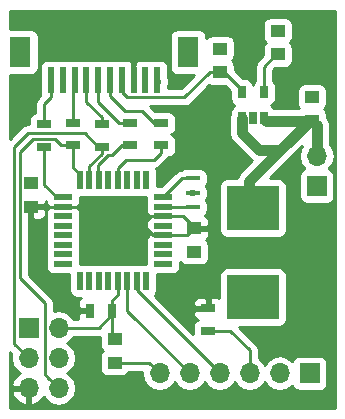
<source format=gbr>
G04 #@! TF.FileFunction,Copper,L1,Top,Signal*
%FSLAX46Y46*%
G04 Gerber Fmt 4.6, Leading zero omitted, Abs format (unit mm)*
G04 Created by KiCad (PCBNEW 4.0.6) date 12/07/17 13:55:46*
%MOMM*%
%LPD*%
G01*
G04 APERTURE LIST*
%ADD10C,0.100000*%
%ADD11R,1.250000X1.000000*%
%ADD12R,1.700000X1.700000*%
%ADD13O,1.700000X1.700000*%
%ADD14R,1.300000X0.700000*%
%ADD15R,0.700000X1.300000*%
%ADD16R,0.650000X1.060000*%
%ADD17R,1.600000X0.550000*%
%ADD18R,0.550000X1.600000*%
%ADD19R,1.300000X0.400000*%
%ADD20R,0.600000X2.200000*%
%ADD21R,1.800000X2.600000*%
%ADD22R,4.400000X3.750000*%
%ADD23C,0.600000*%
%ADD24C,0.250000*%
%ADD25C,0.900000*%
%ADD26C,0.254000*%
G04 APERTURE END LIST*
D10*
D11*
X135500000Y-88300000D03*
X135500000Y-86300000D03*
X159300000Y-81000000D03*
X159300000Y-79000000D03*
X149300000Y-90100000D03*
X149300000Y-92100000D03*
X142600000Y-101500000D03*
X142600000Y-99500000D03*
X156400000Y-75400000D03*
X156400000Y-73400000D03*
X151500000Y-76900000D03*
X151500000Y-74900000D03*
D12*
X159100000Y-102400000D03*
D13*
X156560000Y-102400000D03*
X154020000Y-102400000D03*
X151480000Y-102400000D03*
X148940000Y-102400000D03*
X146400000Y-102400000D03*
D12*
X135300000Y-98560000D03*
D13*
X137840000Y-98560000D03*
X135300000Y-101100000D03*
X137840000Y-101100000D03*
X135300000Y-103640000D03*
X137840000Y-103640000D03*
D14*
X150500000Y-98800000D03*
X150500000Y-96900000D03*
X141500000Y-81300000D03*
X141500000Y-83200000D03*
X136600000Y-83200000D03*
X136600000Y-81300000D03*
D15*
X142400000Y-97100000D03*
X140500000Y-97100000D03*
D14*
X146500000Y-81200000D03*
X146500000Y-83100000D03*
X143900000Y-83100000D03*
X143900000Y-81200000D03*
X139100000Y-83100000D03*
X139100000Y-81200000D03*
D16*
X153350000Y-80800000D03*
X154300000Y-80800000D03*
X155250000Y-80800000D03*
X155250000Y-78600000D03*
X153350000Y-78600000D03*
D17*
X146700000Y-93100000D03*
X146700000Y-92300000D03*
X146700000Y-91500000D03*
X146700000Y-90700000D03*
X146700000Y-89900000D03*
X146700000Y-89100000D03*
X146700000Y-88300000D03*
X146700000Y-87500000D03*
D18*
X145250000Y-86050000D03*
X144450000Y-86050000D03*
X143650000Y-86050000D03*
X142850000Y-86050000D03*
X142050000Y-86050000D03*
X141250000Y-86050000D03*
X140450000Y-86050000D03*
X139650000Y-86050000D03*
D17*
X138200000Y-87500000D03*
X138200000Y-88300000D03*
X138200000Y-89100000D03*
X138200000Y-89900000D03*
X138200000Y-90700000D03*
X138200000Y-91500000D03*
X138200000Y-92300000D03*
X138200000Y-93100000D03*
D18*
X139650000Y-94550000D03*
X140450000Y-94550000D03*
X141250000Y-94550000D03*
X142050000Y-94550000D03*
X142850000Y-94550000D03*
X143650000Y-94550000D03*
X144450000Y-94550000D03*
X145250000Y-94550000D03*
D19*
X149200000Y-88300000D03*
X149200000Y-85900000D03*
X149200000Y-87100000D03*
D20*
X137200000Y-77600000D03*
X138200000Y-77600000D03*
X139200000Y-77600000D03*
X140200000Y-77600000D03*
X141200000Y-77600000D03*
X142200000Y-77600000D03*
X143200000Y-77600000D03*
X144200000Y-77600000D03*
X145200000Y-77600000D03*
X146200000Y-77600000D03*
D21*
X148800000Y-75200000D03*
X134600000Y-75200000D03*
D22*
X154300000Y-88400000D03*
X154300000Y-95950000D03*
D12*
X159700000Y-86540000D03*
D13*
X159700000Y-84000000D03*
D23*
X154300000Y-80800000D03*
X159300000Y-79000000D03*
X146300000Y-77700000D03*
X149200000Y-87100000D03*
X138200000Y-90700000D03*
X135500000Y-86300000D03*
X146700000Y-89900000D03*
X146700000Y-91500000D03*
X149300000Y-92100000D03*
X154300000Y-95950000D03*
X151500000Y-74900000D03*
X156400000Y-73400000D03*
X138200000Y-87500000D03*
X138200000Y-92300000D03*
X145200000Y-77600000D03*
D24*
X146700000Y-89100000D02*
X148400000Y-89100000D01*
X148400000Y-89100000D02*
X149300000Y-90000000D01*
X149300000Y-90000000D02*
X149300000Y-90100000D01*
X143439998Y-88300000D02*
X144900000Y-89760002D01*
X144900000Y-89760002D02*
X145839998Y-90700000D01*
X146700000Y-89100000D02*
X145650000Y-89100000D01*
X145650000Y-89100000D02*
X144989998Y-89760002D01*
X144989998Y-89760002D02*
X144900000Y-89760002D01*
X138200000Y-88300000D02*
X143439998Y-88300000D01*
X145839998Y-90700000D02*
X146700000Y-90700000D01*
X144200000Y-77600000D02*
X144200000Y-76250000D01*
X149300000Y-90100000D02*
X149175000Y-90100000D01*
X146700000Y-90700000D02*
X148700000Y-90700000D01*
X148700000Y-90700000D02*
X149300000Y-90100000D01*
X138200000Y-88300000D02*
X137150000Y-88300000D01*
X137150000Y-88300000D02*
X135500000Y-88300000D01*
D25*
X156600000Y-83500000D02*
X154800000Y-83500000D01*
X154800000Y-83500000D02*
X153350000Y-82050000D01*
X153350000Y-82050000D02*
X153350000Y-80800000D01*
X156600000Y-83500000D02*
X154000000Y-86100000D01*
X159100000Y-81000000D02*
X156600000Y-83500000D01*
X159300000Y-81000000D02*
X155450000Y-81000000D01*
D24*
X155450000Y-81000000D02*
X155250000Y-80800000D01*
D25*
X159175000Y-81000000D02*
X159100000Y-81000000D01*
X154000000Y-86100000D02*
X154000000Y-87200000D01*
D24*
X159300000Y-81000000D02*
X159175000Y-81000000D01*
D25*
X159700000Y-84000000D02*
X159700000Y-81400000D01*
D24*
X159700000Y-81400000D02*
X159300000Y-81000000D01*
X154600000Y-89400000D02*
X153600000Y-88400000D01*
X142600000Y-101500000D02*
X145500000Y-101500000D01*
X145500000Y-101500000D02*
X146400000Y-102400000D01*
X146300000Y-102300000D02*
X146400000Y-102400000D01*
X142400000Y-97100000D02*
X142400000Y-99300000D01*
X142400000Y-99300000D02*
X142600000Y-99500000D01*
X142400000Y-97100000D02*
X142400000Y-96200000D01*
X142400000Y-96200000D02*
X142850000Y-95750000D01*
X142850000Y-95750000D02*
X142850000Y-95600000D01*
X142850000Y-95600000D02*
X142850000Y-94550000D01*
X137840000Y-98560000D02*
X141240000Y-98560000D01*
X141240000Y-98560000D02*
X142400000Y-97400000D01*
X142400000Y-97400000D02*
X142400000Y-97100000D01*
X155250000Y-78600000D02*
X155250000Y-76425000D01*
X155250000Y-76425000D02*
X156275000Y-75400000D01*
X156275000Y-75400000D02*
X156400000Y-75400000D01*
X151500000Y-76900000D02*
X151855000Y-76900000D01*
X151855000Y-76900000D02*
X153350000Y-78395000D01*
X153350000Y-78395000D02*
X153350000Y-78600000D01*
X143200000Y-77600000D02*
X143200000Y-78585002D01*
X143200000Y-78585002D02*
X143639999Y-79025001D01*
X143639999Y-79025001D02*
X148499999Y-79025001D01*
X148499999Y-79025001D02*
X150625000Y-76900000D01*
X150625000Y-76900000D02*
X151500000Y-76900000D01*
X151550000Y-76950000D02*
X151500000Y-76900000D01*
X154020000Y-102400000D02*
X154020000Y-100420000D01*
X154020000Y-100420000D02*
X152400000Y-98800000D01*
X152400000Y-98800000D02*
X150500000Y-98800000D01*
X151480000Y-102400000D02*
X144450000Y-95370000D01*
X144450000Y-95370000D02*
X144450000Y-94550000D01*
X148940000Y-102400000D02*
X143650000Y-97110000D01*
X143650000Y-97110000D02*
X143650000Y-94550000D01*
X135300000Y-101100000D02*
X134099989Y-99899989D01*
X134099989Y-99899989D02*
X134099989Y-83200011D01*
X134099989Y-83200011D02*
X135225011Y-82074989D01*
X135225011Y-82074989D02*
X140074989Y-82074989D01*
X140074989Y-82074989D02*
X141200000Y-83200000D01*
X141200000Y-83200000D02*
X141500000Y-83200000D01*
X141500000Y-83200000D02*
X141500000Y-83800000D01*
X141500000Y-83800000D02*
X140450000Y-84850000D01*
X140450000Y-84850000D02*
X140450000Y-85000000D01*
X140450000Y-85000000D02*
X140450000Y-86050000D01*
X136600000Y-83200000D02*
X136600000Y-86425000D01*
X136600000Y-86425000D02*
X137675000Y-87500000D01*
X137675000Y-87500000D02*
X138200000Y-87500000D01*
X139100000Y-83100000D02*
X138085002Y-83100000D01*
X138085002Y-83100000D02*
X137510001Y-82524999D01*
X137510001Y-82524999D02*
X135689999Y-82524999D01*
X135689999Y-82524999D02*
X134549999Y-83664999D01*
X134549999Y-83664999D02*
X134549999Y-94349999D01*
X134549999Y-94349999D02*
X136664999Y-96464999D01*
X136664999Y-96464999D02*
X136664999Y-102464999D01*
X136664999Y-102464999D02*
X136990001Y-102790001D01*
X136990001Y-102790001D02*
X137840000Y-103640000D01*
X139100000Y-83100000D02*
X139100000Y-84975000D01*
X139100000Y-84975000D02*
X139650000Y-85525000D01*
X139650000Y-85525000D02*
X139650000Y-86050000D01*
X146500000Y-81200000D02*
X145900000Y-81200000D01*
X145900000Y-81200000D02*
X144900000Y-80200000D01*
X143450000Y-80200000D02*
X142200000Y-78950000D01*
X144900000Y-80200000D02*
X143450000Y-80200000D01*
X142200000Y-78950000D02*
X142200000Y-77600000D01*
X143900000Y-81200000D02*
X143000000Y-81200000D01*
X143000000Y-81200000D02*
X141200000Y-79400000D01*
X141200000Y-79400000D02*
X141200000Y-78950000D01*
X141200000Y-78950000D02*
X141200000Y-77600000D01*
X141500000Y-81300000D02*
X141500000Y-80700000D01*
X141500000Y-80700000D02*
X140200000Y-79400000D01*
X140200000Y-79400000D02*
X140200000Y-78950000D01*
X140200000Y-78950000D02*
X140200000Y-77600000D01*
X139100000Y-81200000D02*
X139100000Y-77700000D01*
X139100000Y-77700000D02*
X139200000Y-77600000D01*
X136600000Y-79600000D02*
X137200000Y-79000000D01*
X137200000Y-79000000D02*
X137200000Y-77600000D01*
X136600000Y-81300000D02*
X136600000Y-79600000D01*
X145900000Y-84300000D02*
X143550000Y-84300000D01*
X143550000Y-84300000D02*
X142850000Y-85000000D01*
X142850000Y-85000000D02*
X142850000Y-86050000D01*
X146500000Y-83100000D02*
X146500000Y-83700000D01*
X146500000Y-83700000D02*
X145900000Y-84300000D01*
X143900000Y-83100000D02*
X143185002Y-83100000D01*
X141200000Y-86000000D02*
X141250000Y-86050000D01*
X143185002Y-83100000D02*
X142385002Y-83900000D01*
X142385002Y-83900000D02*
X142036410Y-83900000D01*
X142036410Y-83900000D02*
X141200000Y-84736410D01*
X141200000Y-84736410D02*
X141200000Y-86000000D01*
X149200000Y-88300000D02*
X146700000Y-88300000D01*
X149200000Y-85900000D02*
X148300000Y-85900000D01*
X148300000Y-85900000D02*
X146700000Y-87500000D01*
D26*
G36*
X161290000Y-105290000D02*
X133710000Y-105290000D01*
X133710000Y-103996890D01*
X133858524Y-103996890D01*
X134028355Y-104406924D01*
X134418642Y-104835183D01*
X134943108Y-105081486D01*
X135173000Y-104960819D01*
X135173000Y-103767000D01*
X133979845Y-103767000D01*
X133858524Y-103996890D01*
X133710000Y-103996890D01*
X133710000Y-100584802D01*
X133858790Y-100733592D01*
X133785907Y-101100000D01*
X133898946Y-101668285D01*
X134220853Y-102150054D01*
X134561553Y-102377702D01*
X134418642Y-102444817D01*
X134028355Y-102873076D01*
X133858524Y-103283110D01*
X133979845Y-103513000D01*
X135173000Y-103513000D01*
X135173000Y-103493000D01*
X135427000Y-103493000D01*
X135427000Y-103513000D01*
X135447000Y-103513000D01*
X135447000Y-103767000D01*
X135427000Y-103767000D01*
X135427000Y-104960819D01*
X135656892Y-105081486D01*
X136181358Y-104835183D01*
X136571645Y-104406924D01*
X136571655Y-104406899D01*
X136760853Y-104690054D01*
X137242622Y-105011961D01*
X137810907Y-105125000D01*
X137869093Y-105125000D01*
X138437378Y-105011961D01*
X138919147Y-104690054D01*
X139241054Y-104208285D01*
X139354093Y-103640000D01*
X139241054Y-103071715D01*
X138919147Y-102589946D01*
X138589974Y-102370000D01*
X138919147Y-102150054D01*
X139241054Y-101668285D01*
X139354093Y-101100000D01*
X139241054Y-100531715D01*
X138919147Y-100049946D01*
X138589974Y-99830000D01*
X138919147Y-99610054D01*
X139112954Y-99320000D01*
X141240000Y-99320000D01*
X141327560Y-99302583D01*
X141327560Y-100000000D01*
X141371838Y-100235317D01*
X141510910Y-100451441D01*
X141580711Y-100499134D01*
X141523559Y-100535910D01*
X141378569Y-100748110D01*
X141327560Y-101000000D01*
X141327560Y-102000000D01*
X141371838Y-102235317D01*
X141510910Y-102451441D01*
X141723110Y-102596431D01*
X141975000Y-102647440D01*
X143225000Y-102647440D01*
X143460317Y-102603162D01*
X143676441Y-102464090D01*
X143815890Y-102260000D01*
X144937061Y-102260000D01*
X144915000Y-102370907D01*
X144915000Y-102429093D01*
X145028039Y-102997378D01*
X145349946Y-103479147D01*
X145831715Y-103801054D01*
X146400000Y-103914093D01*
X146968285Y-103801054D01*
X147450054Y-103479147D01*
X147670000Y-103149974D01*
X147889946Y-103479147D01*
X148371715Y-103801054D01*
X148940000Y-103914093D01*
X149508285Y-103801054D01*
X149990054Y-103479147D01*
X150210000Y-103149974D01*
X150429946Y-103479147D01*
X150911715Y-103801054D01*
X151480000Y-103914093D01*
X152048285Y-103801054D01*
X152530054Y-103479147D01*
X152750000Y-103149974D01*
X152969946Y-103479147D01*
X153451715Y-103801054D01*
X154020000Y-103914093D01*
X154588285Y-103801054D01*
X155070054Y-103479147D01*
X155290000Y-103149974D01*
X155509946Y-103479147D01*
X155991715Y-103801054D01*
X156560000Y-103914093D01*
X157128285Y-103801054D01*
X157610054Y-103479147D01*
X157637850Y-103437548D01*
X157646838Y-103485317D01*
X157785910Y-103701441D01*
X157998110Y-103846431D01*
X158250000Y-103897440D01*
X159950000Y-103897440D01*
X160185317Y-103853162D01*
X160401441Y-103714090D01*
X160546431Y-103501890D01*
X160597440Y-103250000D01*
X160597440Y-101550000D01*
X160553162Y-101314683D01*
X160414090Y-101098559D01*
X160201890Y-100953569D01*
X159950000Y-100902560D01*
X158250000Y-100902560D01*
X158014683Y-100946838D01*
X157798559Y-101085910D01*
X157653569Y-101298110D01*
X157639914Y-101365541D01*
X157610054Y-101320853D01*
X157128285Y-100998946D01*
X156560000Y-100885907D01*
X155991715Y-100998946D01*
X155509946Y-101320853D01*
X155290000Y-101650026D01*
X155070054Y-101320853D01*
X154780000Y-101127046D01*
X154780000Y-100420000D01*
X154722148Y-100129161D01*
X154557401Y-99882599D01*
X153147242Y-98472440D01*
X156500000Y-98472440D01*
X156735317Y-98428162D01*
X156951441Y-98289090D01*
X157096431Y-98076890D01*
X157147440Y-97825000D01*
X157147440Y-94075000D01*
X157103162Y-93839683D01*
X156964090Y-93623559D01*
X156751890Y-93478569D01*
X156500000Y-93427560D01*
X152100000Y-93427560D01*
X151864683Y-93471838D01*
X151648559Y-93610910D01*
X151503569Y-93823110D01*
X151452560Y-94075000D01*
X151452560Y-95988005D01*
X151276310Y-95915000D01*
X150785750Y-95915000D01*
X150627000Y-96073750D01*
X150627000Y-96773000D01*
X150647000Y-96773000D01*
X150647000Y-97027000D01*
X150627000Y-97027000D01*
X150627000Y-97047000D01*
X150373000Y-97047000D01*
X150373000Y-97027000D01*
X149373750Y-97027000D01*
X149215000Y-97185750D01*
X149215000Y-97376309D01*
X149311673Y-97609698D01*
X149490301Y-97788327D01*
X149626287Y-97844654D01*
X149614683Y-97846838D01*
X149398559Y-97985910D01*
X149253569Y-98198110D01*
X149202560Y-98450000D01*
X149202560Y-99047758D01*
X146578493Y-96423691D01*
X149215000Y-96423691D01*
X149215000Y-96614250D01*
X149373750Y-96773000D01*
X150373000Y-96773000D01*
X150373000Y-96073750D01*
X150214250Y-95915000D01*
X149723690Y-95915000D01*
X149490301Y-96011673D01*
X149311673Y-96190302D01*
X149215000Y-96423691D01*
X146578493Y-96423691D01*
X145971848Y-95817046D01*
X145976441Y-95814090D01*
X146121431Y-95601890D01*
X146172440Y-95350000D01*
X146172440Y-94022440D01*
X147500000Y-94022440D01*
X147735317Y-93978162D01*
X147951441Y-93839090D01*
X148096431Y-93626890D01*
X148147440Y-93375000D01*
X148147440Y-92952806D01*
X148210910Y-93051441D01*
X148423110Y-93196431D01*
X148675000Y-93247440D01*
X149925000Y-93247440D01*
X150160317Y-93203162D01*
X150376441Y-93064090D01*
X150521431Y-92851890D01*
X150572440Y-92600000D01*
X150572440Y-91600000D01*
X150528162Y-91364683D01*
X150389090Y-91148559D01*
X150320994Y-91102031D01*
X150463327Y-90959698D01*
X150560000Y-90726309D01*
X150560000Y-90385750D01*
X150401250Y-90227000D01*
X149427000Y-90227000D01*
X149427000Y-90247000D01*
X149173000Y-90247000D01*
X149173000Y-90227000D01*
X149153000Y-90227000D01*
X149153000Y-89973000D01*
X149173000Y-89973000D01*
X149173000Y-89953000D01*
X149427000Y-89953000D01*
X149427000Y-89973000D01*
X150401250Y-89973000D01*
X150560000Y-89814250D01*
X150560000Y-89473691D01*
X150463327Y-89240302D01*
X150284699Y-89061673D01*
X150202625Y-89027677D01*
X150301441Y-88964090D01*
X150446431Y-88751890D01*
X150497440Y-88500000D01*
X150497440Y-88100000D01*
X150453162Y-87864683D01*
X150346241Y-87698523D01*
X150446431Y-87551890D01*
X150497440Y-87300000D01*
X150497440Y-86900000D01*
X150453162Y-86664683D01*
X150346241Y-86498523D01*
X150446431Y-86351890D01*
X150497440Y-86100000D01*
X150497440Y-85700000D01*
X150453162Y-85464683D01*
X150314090Y-85248559D01*
X150101890Y-85103569D01*
X149850000Y-85052560D01*
X148550000Y-85052560D01*
X148314683Y-85096838D01*
X148224165Y-85155085D01*
X148009161Y-85197852D01*
X147762599Y-85362599D01*
X146547638Y-86577560D01*
X146172440Y-86577560D01*
X146172440Y-85250000D01*
X146128162Y-85014683D01*
X146128123Y-85014623D01*
X146190839Y-85002148D01*
X146437401Y-84837401D01*
X147037401Y-84237401D01*
X147130920Y-84097440D01*
X147150000Y-84097440D01*
X147385317Y-84053162D01*
X147601441Y-83914090D01*
X147746431Y-83701890D01*
X147797440Y-83450000D01*
X147797440Y-82750000D01*
X147753162Y-82514683D01*
X147614090Y-82298559D01*
X147401890Y-82153569D01*
X147388803Y-82150919D01*
X147601441Y-82014090D01*
X147746431Y-81801890D01*
X147797440Y-81550000D01*
X147797440Y-80850000D01*
X147753162Y-80614683D01*
X147614090Y-80398559D01*
X147401890Y-80253569D01*
X147150000Y-80202560D01*
X145977362Y-80202560D01*
X145559803Y-79785001D01*
X148499999Y-79785001D01*
X148790838Y-79727149D01*
X149037400Y-79562402D01*
X150611383Y-77988419D01*
X150623110Y-77996431D01*
X150875000Y-78047440D01*
X151927638Y-78047440D01*
X152377560Y-78497362D01*
X152377560Y-79130000D01*
X152421838Y-79365317D01*
X152560910Y-79581441D01*
X152736232Y-79701233D01*
X152573559Y-79805910D01*
X152428569Y-80018110D01*
X152377560Y-80270000D01*
X152377560Y-80339936D01*
X152347591Y-80384788D01*
X152265000Y-80800000D01*
X152265000Y-82050000D01*
X152347591Y-82465212D01*
X152577410Y-82809161D01*
X152582789Y-82817211D01*
X154032789Y-84267211D01*
X154191991Y-84373587D01*
X153232789Y-85332789D01*
X152997591Y-85684788D01*
X152959246Y-85877560D01*
X152100000Y-85877560D01*
X151864683Y-85921838D01*
X151648559Y-86060910D01*
X151503569Y-86273110D01*
X151452560Y-86525000D01*
X151452560Y-90275000D01*
X151496838Y-90510317D01*
X151635910Y-90726441D01*
X151848110Y-90871431D01*
X152100000Y-90922440D01*
X156500000Y-90922440D01*
X156735317Y-90878162D01*
X156951441Y-90739090D01*
X157096431Y-90526890D01*
X157147440Y-90275000D01*
X157147440Y-86525000D01*
X157103162Y-86289683D01*
X156964090Y-86073559D01*
X156751890Y-85928569D01*
X156500000Y-85877560D01*
X155756862Y-85877560D01*
X158492738Y-83141684D01*
X158298946Y-83431715D01*
X158185907Y-84000000D01*
X158298946Y-84568285D01*
X158620853Y-85050054D01*
X158662452Y-85077850D01*
X158614683Y-85086838D01*
X158398559Y-85225910D01*
X158253569Y-85438110D01*
X158202560Y-85690000D01*
X158202560Y-87390000D01*
X158246838Y-87625317D01*
X158385910Y-87841441D01*
X158598110Y-87986431D01*
X158850000Y-88037440D01*
X160550000Y-88037440D01*
X160785317Y-87993162D01*
X161001441Y-87854090D01*
X161146431Y-87641890D01*
X161197440Y-87390000D01*
X161197440Y-85690000D01*
X161153162Y-85454683D01*
X161014090Y-85238559D01*
X160801890Y-85093569D01*
X160734459Y-85079914D01*
X160779147Y-85050054D01*
X161101054Y-84568285D01*
X161214093Y-84000000D01*
X161101054Y-83431715D01*
X160785000Y-82958706D01*
X160785000Y-81400000D01*
X160702409Y-80984788D01*
X160572440Y-80790275D01*
X160572440Y-80500000D01*
X160528162Y-80264683D01*
X160389090Y-80048559D01*
X160319289Y-80000866D01*
X160376441Y-79964090D01*
X160521431Y-79751890D01*
X160572440Y-79500000D01*
X160572440Y-78500000D01*
X160528162Y-78264683D01*
X160389090Y-78048559D01*
X160176890Y-77903569D01*
X159925000Y-77852560D01*
X158675000Y-77852560D01*
X158439683Y-77896838D01*
X158223559Y-78035910D01*
X158078569Y-78248110D01*
X158027560Y-78500000D01*
X158027560Y-79500000D01*
X158071838Y-79735317D01*
X158187461Y-79915000D01*
X156101148Y-79915000D01*
X156039090Y-79818559D01*
X155863768Y-79698767D01*
X156026441Y-79594090D01*
X156171431Y-79381890D01*
X156222440Y-79130000D01*
X156222440Y-78070000D01*
X156178162Y-77834683D01*
X156039090Y-77618559D01*
X156010000Y-77598683D01*
X156010000Y-76739802D01*
X156202362Y-76547440D01*
X157025000Y-76547440D01*
X157260317Y-76503162D01*
X157476441Y-76364090D01*
X157621431Y-76151890D01*
X157672440Y-75900000D01*
X157672440Y-74900000D01*
X157628162Y-74664683D01*
X157489090Y-74448559D01*
X157419289Y-74400866D01*
X157476441Y-74364090D01*
X157621431Y-74151890D01*
X157672440Y-73900000D01*
X157672440Y-72900000D01*
X157628162Y-72664683D01*
X157489090Y-72448559D01*
X157276890Y-72303569D01*
X157025000Y-72252560D01*
X155775000Y-72252560D01*
X155539683Y-72296838D01*
X155323559Y-72435910D01*
X155178569Y-72648110D01*
X155127560Y-72900000D01*
X155127560Y-73900000D01*
X155171838Y-74135317D01*
X155310910Y-74351441D01*
X155380711Y-74399134D01*
X155323559Y-74435910D01*
X155178569Y-74648110D01*
X155127560Y-74900000D01*
X155127560Y-75472638D01*
X154712599Y-75887599D01*
X154547852Y-76134161D01*
X154490000Y-76425000D01*
X154490000Y-77595331D01*
X154473559Y-77605910D01*
X154328569Y-77818110D01*
X154300824Y-77955120D01*
X154278162Y-77834683D01*
X154139090Y-77618559D01*
X153926890Y-77473569D01*
X153675000Y-77422560D01*
X153452362Y-77422560D01*
X152772440Y-76742638D01*
X152772440Y-76400000D01*
X152728162Y-76164683D01*
X152589090Y-75948559D01*
X152519289Y-75900866D01*
X152576441Y-75864090D01*
X152721431Y-75651890D01*
X152772440Y-75400000D01*
X152772440Y-74400000D01*
X152728162Y-74164683D01*
X152589090Y-73948559D01*
X152376890Y-73803569D01*
X152125000Y-73752560D01*
X150875000Y-73752560D01*
X150639683Y-73796838D01*
X150423559Y-73935910D01*
X150347440Y-74047314D01*
X150347440Y-73900000D01*
X150303162Y-73664683D01*
X150164090Y-73448559D01*
X149951890Y-73303569D01*
X149700000Y-73252560D01*
X147900000Y-73252560D01*
X147664683Y-73296838D01*
X147448559Y-73435910D01*
X147303569Y-73648110D01*
X147252560Y-73900000D01*
X147252560Y-76500000D01*
X147296838Y-76735317D01*
X147435910Y-76951441D01*
X147648110Y-77096431D01*
X147900000Y-77147440D01*
X149302758Y-77147440D01*
X148185197Y-78265001D01*
X147147440Y-78265001D01*
X147147440Y-78097276D01*
X147234838Y-77886799D01*
X147235162Y-77514833D01*
X147147440Y-77302529D01*
X147147440Y-76500000D01*
X147103162Y-76264683D01*
X146964090Y-76048559D01*
X146751890Y-75903569D01*
X146500000Y-75852560D01*
X145900000Y-75852560D01*
X145692658Y-75891574D01*
X145500000Y-75852560D01*
X144900000Y-75852560D01*
X144691150Y-75891858D01*
X144626309Y-75865000D01*
X144485750Y-75865000D01*
X144327000Y-76023750D01*
X144327000Y-76213818D01*
X144303569Y-76248110D01*
X144252560Y-76500000D01*
X144252560Y-77747000D01*
X144147440Y-77747000D01*
X144147440Y-76500000D01*
X144103162Y-76264683D01*
X144073000Y-76217810D01*
X144073000Y-76023750D01*
X143914250Y-75865000D01*
X143773691Y-75865000D01*
X143703993Y-75893870D01*
X143500000Y-75852560D01*
X142900000Y-75852560D01*
X142692658Y-75891574D01*
X142500000Y-75852560D01*
X141900000Y-75852560D01*
X141692658Y-75891574D01*
X141500000Y-75852560D01*
X140900000Y-75852560D01*
X140692658Y-75891574D01*
X140500000Y-75852560D01*
X139900000Y-75852560D01*
X139692658Y-75891574D01*
X139500000Y-75852560D01*
X138900000Y-75852560D01*
X138692658Y-75891574D01*
X138500000Y-75852560D01*
X137900000Y-75852560D01*
X137692658Y-75891574D01*
X137500000Y-75852560D01*
X136900000Y-75852560D01*
X136664683Y-75896838D01*
X136448559Y-76035910D01*
X136303569Y-76248110D01*
X136252560Y-76500000D01*
X136252560Y-78700000D01*
X136279900Y-78845298D01*
X136062599Y-79062599D01*
X135897852Y-79309161D01*
X135840000Y-79600000D01*
X135840000Y-80323258D01*
X135714683Y-80346838D01*
X135498559Y-80485910D01*
X135353569Y-80698110D01*
X135302560Y-80950000D01*
X135302560Y-81314989D01*
X135225011Y-81314989D01*
X134934171Y-81372841D01*
X134687610Y-81537588D01*
X133710000Y-82515198D01*
X133710000Y-77147440D01*
X135500000Y-77147440D01*
X135735317Y-77103162D01*
X135951441Y-76964090D01*
X136096431Y-76751890D01*
X136147440Y-76500000D01*
X136147440Y-73900000D01*
X136103162Y-73664683D01*
X135964090Y-73448559D01*
X135751890Y-73303569D01*
X135500000Y-73252560D01*
X133710000Y-73252560D01*
X133710000Y-71710000D01*
X161290000Y-71710000D01*
X161290000Y-105290000D01*
X161290000Y-105290000D01*
G37*
X161290000Y-105290000D02*
X133710000Y-105290000D01*
X133710000Y-103996890D01*
X133858524Y-103996890D01*
X134028355Y-104406924D01*
X134418642Y-104835183D01*
X134943108Y-105081486D01*
X135173000Y-104960819D01*
X135173000Y-103767000D01*
X133979845Y-103767000D01*
X133858524Y-103996890D01*
X133710000Y-103996890D01*
X133710000Y-100584802D01*
X133858790Y-100733592D01*
X133785907Y-101100000D01*
X133898946Y-101668285D01*
X134220853Y-102150054D01*
X134561553Y-102377702D01*
X134418642Y-102444817D01*
X134028355Y-102873076D01*
X133858524Y-103283110D01*
X133979845Y-103513000D01*
X135173000Y-103513000D01*
X135173000Y-103493000D01*
X135427000Y-103493000D01*
X135427000Y-103513000D01*
X135447000Y-103513000D01*
X135447000Y-103767000D01*
X135427000Y-103767000D01*
X135427000Y-104960819D01*
X135656892Y-105081486D01*
X136181358Y-104835183D01*
X136571645Y-104406924D01*
X136571655Y-104406899D01*
X136760853Y-104690054D01*
X137242622Y-105011961D01*
X137810907Y-105125000D01*
X137869093Y-105125000D01*
X138437378Y-105011961D01*
X138919147Y-104690054D01*
X139241054Y-104208285D01*
X139354093Y-103640000D01*
X139241054Y-103071715D01*
X138919147Y-102589946D01*
X138589974Y-102370000D01*
X138919147Y-102150054D01*
X139241054Y-101668285D01*
X139354093Y-101100000D01*
X139241054Y-100531715D01*
X138919147Y-100049946D01*
X138589974Y-99830000D01*
X138919147Y-99610054D01*
X139112954Y-99320000D01*
X141240000Y-99320000D01*
X141327560Y-99302583D01*
X141327560Y-100000000D01*
X141371838Y-100235317D01*
X141510910Y-100451441D01*
X141580711Y-100499134D01*
X141523559Y-100535910D01*
X141378569Y-100748110D01*
X141327560Y-101000000D01*
X141327560Y-102000000D01*
X141371838Y-102235317D01*
X141510910Y-102451441D01*
X141723110Y-102596431D01*
X141975000Y-102647440D01*
X143225000Y-102647440D01*
X143460317Y-102603162D01*
X143676441Y-102464090D01*
X143815890Y-102260000D01*
X144937061Y-102260000D01*
X144915000Y-102370907D01*
X144915000Y-102429093D01*
X145028039Y-102997378D01*
X145349946Y-103479147D01*
X145831715Y-103801054D01*
X146400000Y-103914093D01*
X146968285Y-103801054D01*
X147450054Y-103479147D01*
X147670000Y-103149974D01*
X147889946Y-103479147D01*
X148371715Y-103801054D01*
X148940000Y-103914093D01*
X149508285Y-103801054D01*
X149990054Y-103479147D01*
X150210000Y-103149974D01*
X150429946Y-103479147D01*
X150911715Y-103801054D01*
X151480000Y-103914093D01*
X152048285Y-103801054D01*
X152530054Y-103479147D01*
X152750000Y-103149974D01*
X152969946Y-103479147D01*
X153451715Y-103801054D01*
X154020000Y-103914093D01*
X154588285Y-103801054D01*
X155070054Y-103479147D01*
X155290000Y-103149974D01*
X155509946Y-103479147D01*
X155991715Y-103801054D01*
X156560000Y-103914093D01*
X157128285Y-103801054D01*
X157610054Y-103479147D01*
X157637850Y-103437548D01*
X157646838Y-103485317D01*
X157785910Y-103701441D01*
X157998110Y-103846431D01*
X158250000Y-103897440D01*
X159950000Y-103897440D01*
X160185317Y-103853162D01*
X160401441Y-103714090D01*
X160546431Y-103501890D01*
X160597440Y-103250000D01*
X160597440Y-101550000D01*
X160553162Y-101314683D01*
X160414090Y-101098559D01*
X160201890Y-100953569D01*
X159950000Y-100902560D01*
X158250000Y-100902560D01*
X158014683Y-100946838D01*
X157798559Y-101085910D01*
X157653569Y-101298110D01*
X157639914Y-101365541D01*
X157610054Y-101320853D01*
X157128285Y-100998946D01*
X156560000Y-100885907D01*
X155991715Y-100998946D01*
X155509946Y-101320853D01*
X155290000Y-101650026D01*
X155070054Y-101320853D01*
X154780000Y-101127046D01*
X154780000Y-100420000D01*
X154722148Y-100129161D01*
X154557401Y-99882599D01*
X153147242Y-98472440D01*
X156500000Y-98472440D01*
X156735317Y-98428162D01*
X156951441Y-98289090D01*
X157096431Y-98076890D01*
X157147440Y-97825000D01*
X157147440Y-94075000D01*
X157103162Y-93839683D01*
X156964090Y-93623559D01*
X156751890Y-93478569D01*
X156500000Y-93427560D01*
X152100000Y-93427560D01*
X151864683Y-93471838D01*
X151648559Y-93610910D01*
X151503569Y-93823110D01*
X151452560Y-94075000D01*
X151452560Y-95988005D01*
X151276310Y-95915000D01*
X150785750Y-95915000D01*
X150627000Y-96073750D01*
X150627000Y-96773000D01*
X150647000Y-96773000D01*
X150647000Y-97027000D01*
X150627000Y-97027000D01*
X150627000Y-97047000D01*
X150373000Y-97047000D01*
X150373000Y-97027000D01*
X149373750Y-97027000D01*
X149215000Y-97185750D01*
X149215000Y-97376309D01*
X149311673Y-97609698D01*
X149490301Y-97788327D01*
X149626287Y-97844654D01*
X149614683Y-97846838D01*
X149398559Y-97985910D01*
X149253569Y-98198110D01*
X149202560Y-98450000D01*
X149202560Y-99047758D01*
X146578493Y-96423691D01*
X149215000Y-96423691D01*
X149215000Y-96614250D01*
X149373750Y-96773000D01*
X150373000Y-96773000D01*
X150373000Y-96073750D01*
X150214250Y-95915000D01*
X149723690Y-95915000D01*
X149490301Y-96011673D01*
X149311673Y-96190302D01*
X149215000Y-96423691D01*
X146578493Y-96423691D01*
X145971848Y-95817046D01*
X145976441Y-95814090D01*
X146121431Y-95601890D01*
X146172440Y-95350000D01*
X146172440Y-94022440D01*
X147500000Y-94022440D01*
X147735317Y-93978162D01*
X147951441Y-93839090D01*
X148096431Y-93626890D01*
X148147440Y-93375000D01*
X148147440Y-92952806D01*
X148210910Y-93051441D01*
X148423110Y-93196431D01*
X148675000Y-93247440D01*
X149925000Y-93247440D01*
X150160317Y-93203162D01*
X150376441Y-93064090D01*
X150521431Y-92851890D01*
X150572440Y-92600000D01*
X150572440Y-91600000D01*
X150528162Y-91364683D01*
X150389090Y-91148559D01*
X150320994Y-91102031D01*
X150463327Y-90959698D01*
X150560000Y-90726309D01*
X150560000Y-90385750D01*
X150401250Y-90227000D01*
X149427000Y-90227000D01*
X149427000Y-90247000D01*
X149173000Y-90247000D01*
X149173000Y-90227000D01*
X149153000Y-90227000D01*
X149153000Y-89973000D01*
X149173000Y-89973000D01*
X149173000Y-89953000D01*
X149427000Y-89953000D01*
X149427000Y-89973000D01*
X150401250Y-89973000D01*
X150560000Y-89814250D01*
X150560000Y-89473691D01*
X150463327Y-89240302D01*
X150284699Y-89061673D01*
X150202625Y-89027677D01*
X150301441Y-88964090D01*
X150446431Y-88751890D01*
X150497440Y-88500000D01*
X150497440Y-88100000D01*
X150453162Y-87864683D01*
X150346241Y-87698523D01*
X150446431Y-87551890D01*
X150497440Y-87300000D01*
X150497440Y-86900000D01*
X150453162Y-86664683D01*
X150346241Y-86498523D01*
X150446431Y-86351890D01*
X150497440Y-86100000D01*
X150497440Y-85700000D01*
X150453162Y-85464683D01*
X150314090Y-85248559D01*
X150101890Y-85103569D01*
X149850000Y-85052560D01*
X148550000Y-85052560D01*
X148314683Y-85096838D01*
X148224165Y-85155085D01*
X148009161Y-85197852D01*
X147762599Y-85362599D01*
X146547638Y-86577560D01*
X146172440Y-86577560D01*
X146172440Y-85250000D01*
X146128162Y-85014683D01*
X146128123Y-85014623D01*
X146190839Y-85002148D01*
X146437401Y-84837401D01*
X147037401Y-84237401D01*
X147130920Y-84097440D01*
X147150000Y-84097440D01*
X147385317Y-84053162D01*
X147601441Y-83914090D01*
X147746431Y-83701890D01*
X147797440Y-83450000D01*
X147797440Y-82750000D01*
X147753162Y-82514683D01*
X147614090Y-82298559D01*
X147401890Y-82153569D01*
X147388803Y-82150919D01*
X147601441Y-82014090D01*
X147746431Y-81801890D01*
X147797440Y-81550000D01*
X147797440Y-80850000D01*
X147753162Y-80614683D01*
X147614090Y-80398559D01*
X147401890Y-80253569D01*
X147150000Y-80202560D01*
X145977362Y-80202560D01*
X145559803Y-79785001D01*
X148499999Y-79785001D01*
X148790838Y-79727149D01*
X149037400Y-79562402D01*
X150611383Y-77988419D01*
X150623110Y-77996431D01*
X150875000Y-78047440D01*
X151927638Y-78047440D01*
X152377560Y-78497362D01*
X152377560Y-79130000D01*
X152421838Y-79365317D01*
X152560910Y-79581441D01*
X152736232Y-79701233D01*
X152573559Y-79805910D01*
X152428569Y-80018110D01*
X152377560Y-80270000D01*
X152377560Y-80339936D01*
X152347591Y-80384788D01*
X152265000Y-80800000D01*
X152265000Y-82050000D01*
X152347591Y-82465212D01*
X152577410Y-82809161D01*
X152582789Y-82817211D01*
X154032789Y-84267211D01*
X154191991Y-84373587D01*
X153232789Y-85332789D01*
X152997591Y-85684788D01*
X152959246Y-85877560D01*
X152100000Y-85877560D01*
X151864683Y-85921838D01*
X151648559Y-86060910D01*
X151503569Y-86273110D01*
X151452560Y-86525000D01*
X151452560Y-90275000D01*
X151496838Y-90510317D01*
X151635910Y-90726441D01*
X151848110Y-90871431D01*
X152100000Y-90922440D01*
X156500000Y-90922440D01*
X156735317Y-90878162D01*
X156951441Y-90739090D01*
X157096431Y-90526890D01*
X157147440Y-90275000D01*
X157147440Y-86525000D01*
X157103162Y-86289683D01*
X156964090Y-86073559D01*
X156751890Y-85928569D01*
X156500000Y-85877560D01*
X155756862Y-85877560D01*
X158492738Y-83141684D01*
X158298946Y-83431715D01*
X158185907Y-84000000D01*
X158298946Y-84568285D01*
X158620853Y-85050054D01*
X158662452Y-85077850D01*
X158614683Y-85086838D01*
X158398559Y-85225910D01*
X158253569Y-85438110D01*
X158202560Y-85690000D01*
X158202560Y-87390000D01*
X158246838Y-87625317D01*
X158385910Y-87841441D01*
X158598110Y-87986431D01*
X158850000Y-88037440D01*
X160550000Y-88037440D01*
X160785317Y-87993162D01*
X161001441Y-87854090D01*
X161146431Y-87641890D01*
X161197440Y-87390000D01*
X161197440Y-85690000D01*
X161153162Y-85454683D01*
X161014090Y-85238559D01*
X160801890Y-85093569D01*
X160734459Y-85079914D01*
X160779147Y-85050054D01*
X161101054Y-84568285D01*
X161214093Y-84000000D01*
X161101054Y-83431715D01*
X160785000Y-82958706D01*
X160785000Y-81400000D01*
X160702409Y-80984788D01*
X160572440Y-80790275D01*
X160572440Y-80500000D01*
X160528162Y-80264683D01*
X160389090Y-80048559D01*
X160319289Y-80000866D01*
X160376441Y-79964090D01*
X160521431Y-79751890D01*
X160572440Y-79500000D01*
X160572440Y-78500000D01*
X160528162Y-78264683D01*
X160389090Y-78048559D01*
X160176890Y-77903569D01*
X159925000Y-77852560D01*
X158675000Y-77852560D01*
X158439683Y-77896838D01*
X158223559Y-78035910D01*
X158078569Y-78248110D01*
X158027560Y-78500000D01*
X158027560Y-79500000D01*
X158071838Y-79735317D01*
X158187461Y-79915000D01*
X156101148Y-79915000D01*
X156039090Y-79818559D01*
X155863768Y-79698767D01*
X156026441Y-79594090D01*
X156171431Y-79381890D01*
X156222440Y-79130000D01*
X156222440Y-78070000D01*
X156178162Y-77834683D01*
X156039090Y-77618559D01*
X156010000Y-77598683D01*
X156010000Y-76739802D01*
X156202362Y-76547440D01*
X157025000Y-76547440D01*
X157260317Y-76503162D01*
X157476441Y-76364090D01*
X157621431Y-76151890D01*
X157672440Y-75900000D01*
X157672440Y-74900000D01*
X157628162Y-74664683D01*
X157489090Y-74448559D01*
X157419289Y-74400866D01*
X157476441Y-74364090D01*
X157621431Y-74151890D01*
X157672440Y-73900000D01*
X157672440Y-72900000D01*
X157628162Y-72664683D01*
X157489090Y-72448559D01*
X157276890Y-72303569D01*
X157025000Y-72252560D01*
X155775000Y-72252560D01*
X155539683Y-72296838D01*
X155323559Y-72435910D01*
X155178569Y-72648110D01*
X155127560Y-72900000D01*
X155127560Y-73900000D01*
X155171838Y-74135317D01*
X155310910Y-74351441D01*
X155380711Y-74399134D01*
X155323559Y-74435910D01*
X155178569Y-74648110D01*
X155127560Y-74900000D01*
X155127560Y-75472638D01*
X154712599Y-75887599D01*
X154547852Y-76134161D01*
X154490000Y-76425000D01*
X154490000Y-77595331D01*
X154473559Y-77605910D01*
X154328569Y-77818110D01*
X154300824Y-77955120D01*
X154278162Y-77834683D01*
X154139090Y-77618559D01*
X153926890Y-77473569D01*
X153675000Y-77422560D01*
X153452362Y-77422560D01*
X152772440Y-76742638D01*
X152772440Y-76400000D01*
X152728162Y-76164683D01*
X152589090Y-75948559D01*
X152519289Y-75900866D01*
X152576441Y-75864090D01*
X152721431Y-75651890D01*
X152772440Y-75400000D01*
X152772440Y-74400000D01*
X152728162Y-74164683D01*
X152589090Y-73948559D01*
X152376890Y-73803569D01*
X152125000Y-73752560D01*
X150875000Y-73752560D01*
X150639683Y-73796838D01*
X150423559Y-73935910D01*
X150347440Y-74047314D01*
X150347440Y-73900000D01*
X150303162Y-73664683D01*
X150164090Y-73448559D01*
X149951890Y-73303569D01*
X149700000Y-73252560D01*
X147900000Y-73252560D01*
X147664683Y-73296838D01*
X147448559Y-73435910D01*
X147303569Y-73648110D01*
X147252560Y-73900000D01*
X147252560Y-76500000D01*
X147296838Y-76735317D01*
X147435910Y-76951441D01*
X147648110Y-77096431D01*
X147900000Y-77147440D01*
X149302758Y-77147440D01*
X148185197Y-78265001D01*
X147147440Y-78265001D01*
X147147440Y-78097276D01*
X147234838Y-77886799D01*
X147235162Y-77514833D01*
X147147440Y-77302529D01*
X147147440Y-76500000D01*
X147103162Y-76264683D01*
X146964090Y-76048559D01*
X146751890Y-75903569D01*
X146500000Y-75852560D01*
X145900000Y-75852560D01*
X145692658Y-75891574D01*
X145500000Y-75852560D01*
X144900000Y-75852560D01*
X144691150Y-75891858D01*
X144626309Y-75865000D01*
X144485750Y-75865000D01*
X144327000Y-76023750D01*
X144327000Y-76213818D01*
X144303569Y-76248110D01*
X144252560Y-76500000D01*
X144252560Y-77747000D01*
X144147440Y-77747000D01*
X144147440Y-76500000D01*
X144103162Y-76264683D01*
X144073000Y-76217810D01*
X144073000Y-76023750D01*
X143914250Y-75865000D01*
X143773691Y-75865000D01*
X143703993Y-75893870D01*
X143500000Y-75852560D01*
X142900000Y-75852560D01*
X142692658Y-75891574D01*
X142500000Y-75852560D01*
X141900000Y-75852560D01*
X141692658Y-75891574D01*
X141500000Y-75852560D01*
X140900000Y-75852560D01*
X140692658Y-75891574D01*
X140500000Y-75852560D01*
X139900000Y-75852560D01*
X139692658Y-75891574D01*
X139500000Y-75852560D01*
X138900000Y-75852560D01*
X138692658Y-75891574D01*
X138500000Y-75852560D01*
X137900000Y-75852560D01*
X137692658Y-75891574D01*
X137500000Y-75852560D01*
X136900000Y-75852560D01*
X136664683Y-75896838D01*
X136448559Y-76035910D01*
X136303569Y-76248110D01*
X136252560Y-76500000D01*
X136252560Y-78700000D01*
X136279900Y-78845298D01*
X136062599Y-79062599D01*
X135897852Y-79309161D01*
X135840000Y-79600000D01*
X135840000Y-80323258D01*
X135714683Y-80346838D01*
X135498559Y-80485910D01*
X135353569Y-80698110D01*
X135302560Y-80950000D01*
X135302560Y-81314989D01*
X135225011Y-81314989D01*
X134934171Y-81372841D01*
X134687610Y-81537588D01*
X133710000Y-82515198D01*
X133710000Y-77147440D01*
X135500000Y-77147440D01*
X135735317Y-77103162D01*
X135951441Y-76964090D01*
X136096431Y-76751890D01*
X136147440Y-76500000D01*
X136147440Y-73900000D01*
X136103162Y-73664683D01*
X135964090Y-73448559D01*
X135751890Y-73303569D01*
X135500000Y-73252560D01*
X133710000Y-73252560D01*
X133710000Y-71710000D01*
X161290000Y-71710000D01*
X161290000Y-105290000D01*
G36*
X136772450Y-87880705D02*
X136765000Y-87898690D01*
X136765000Y-88014250D01*
X136861401Y-88110651D01*
X136935910Y-88226441D01*
X137043397Y-88299884D01*
X136948559Y-88360910D01*
X136859505Y-88491245D01*
X136765000Y-88585750D01*
X136765000Y-88701310D01*
X136773468Y-88721753D01*
X136760000Y-88788260D01*
X136760000Y-88585750D01*
X136601250Y-88427000D01*
X135627000Y-88427000D01*
X135627000Y-89276250D01*
X135785750Y-89435000D01*
X136251310Y-89435000D01*
X136484699Y-89338327D01*
X136663327Y-89159698D01*
X136752560Y-88944271D01*
X136752560Y-89375000D01*
X136776944Y-89504589D01*
X136752560Y-89625000D01*
X136752560Y-90175000D01*
X136776944Y-90304589D01*
X136752560Y-90425000D01*
X136752560Y-90975000D01*
X136776944Y-91104589D01*
X136752560Y-91225000D01*
X136752560Y-91775000D01*
X136776944Y-91904589D01*
X136752560Y-92025000D01*
X136752560Y-92575000D01*
X136776944Y-92704589D01*
X136752560Y-92825000D01*
X136752560Y-93375000D01*
X136796838Y-93610317D01*
X136935910Y-93826441D01*
X137148110Y-93971431D01*
X137400000Y-94022440D01*
X138727560Y-94022440D01*
X138727560Y-95350000D01*
X138771838Y-95585317D01*
X138910910Y-95801441D01*
X139123110Y-95946431D01*
X139375000Y-95997440D01*
X139704535Y-95997440D01*
X139611673Y-96090301D01*
X139515000Y-96323690D01*
X139515000Y-96814250D01*
X139673750Y-96973000D01*
X140373000Y-96973000D01*
X140373000Y-96953000D01*
X140627000Y-96953000D01*
X140627000Y-96973000D01*
X140647000Y-96973000D01*
X140647000Y-97227000D01*
X140627000Y-97227000D01*
X140627000Y-97247000D01*
X140373000Y-97247000D01*
X140373000Y-97227000D01*
X139673750Y-97227000D01*
X139515000Y-97385750D01*
X139515000Y-97800000D01*
X139112954Y-97800000D01*
X138919147Y-97509946D01*
X138437378Y-97188039D01*
X137869093Y-97075000D01*
X137810907Y-97075000D01*
X137424999Y-97151762D01*
X137424999Y-96464999D01*
X137367147Y-96174160D01*
X137202400Y-95927598D01*
X135309999Y-94035197D01*
X135309999Y-89339251D01*
X135373000Y-89276250D01*
X135373000Y-88427000D01*
X135353000Y-88427000D01*
X135353000Y-88173000D01*
X135373000Y-88173000D01*
X135373000Y-88153000D01*
X135627000Y-88153000D01*
X135627000Y-88173000D01*
X136601250Y-88173000D01*
X136760000Y-88014250D01*
X136760000Y-87814540D01*
X136772450Y-87880705D01*
X136772450Y-87880705D01*
G37*
X136772450Y-87880705D02*
X136765000Y-87898690D01*
X136765000Y-88014250D01*
X136861401Y-88110651D01*
X136935910Y-88226441D01*
X137043397Y-88299884D01*
X136948559Y-88360910D01*
X136859505Y-88491245D01*
X136765000Y-88585750D01*
X136765000Y-88701310D01*
X136773468Y-88721753D01*
X136760000Y-88788260D01*
X136760000Y-88585750D01*
X136601250Y-88427000D01*
X135627000Y-88427000D01*
X135627000Y-89276250D01*
X135785750Y-89435000D01*
X136251310Y-89435000D01*
X136484699Y-89338327D01*
X136663327Y-89159698D01*
X136752560Y-88944271D01*
X136752560Y-89375000D01*
X136776944Y-89504589D01*
X136752560Y-89625000D01*
X136752560Y-90175000D01*
X136776944Y-90304589D01*
X136752560Y-90425000D01*
X136752560Y-90975000D01*
X136776944Y-91104589D01*
X136752560Y-91225000D01*
X136752560Y-91775000D01*
X136776944Y-91904589D01*
X136752560Y-92025000D01*
X136752560Y-92575000D01*
X136776944Y-92704589D01*
X136752560Y-92825000D01*
X136752560Y-93375000D01*
X136796838Y-93610317D01*
X136935910Y-93826441D01*
X137148110Y-93971431D01*
X137400000Y-94022440D01*
X138727560Y-94022440D01*
X138727560Y-95350000D01*
X138771838Y-95585317D01*
X138910910Y-95801441D01*
X139123110Y-95946431D01*
X139375000Y-95997440D01*
X139704535Y-95997440D01*
X139611673Y-96090301D01*
X139515000Y-96323690D01*
X139515000Y-96814250D01*
X139673750Y-96973000D01*
X140373000Y-96973000D01*
X140373000Y-96953000D01*
X140627000Y-96953000D01*
X140627000Y-96973000D01*
X140647000Y-96973000D01*
X140647000Y-97227000D01*
X140627000Y-97227000D01*
X140627000Y-97247000D01*
X140373000Y-97247000D01*
X140373000Y-97227000D01*
X139673750Y-97227000D01*
X139515000Y-97385750D01*
X139515000Y-97800000D01*
X139112954Y-97800000D01*
X138919147Y-97509946D01*
X138437378Y-97188039D01*
X137869093Y-97075000D01*
X137810907Y-97075000D01*
X137424999Y-97151762D01*
X137424999Y-96464999D01*
X137367147Y-96174160D01*
X137202400Y-95927598D01*
X135309999Y-94035197D01*
X135309999Y-89339251D01*
X135373000Y-89276250D01*
X135373000Y-88427000D01*
X135353000Y-88427000D01*
X135353000Y-88173000D01*
X135373000Y-88173000D01*
X135373000Y-88153000D01*
X135627000Y-88153000D01*
X135627000Y-88173000D01*
X136601250Y-88173000D01*
X136760000Y-88014250D01*
X136760000Y-87814540D01*
X136772450Y-87880705D01*
G36*
X144975000Y-87497440D02*
X145252560Y-87497440D01*
X145252560Y-87775000D01*
X145276944Y-87904589D01*
X145252560Y-88025000D01*
X145252560Y-88575000D01*
X145272450Y-88680705D01*
X145265000Y-88698690D01*
X145265000Y-88814250D01*
X145361401Y-88910651D01*
X145435910Y-89026441D01*
X145543397Y-89099884D01*
X145448559Y-89160910D01*
X145359505Y-89291245D01*
X145265000Y-89385750D01*
X145265000Y-89501310D01*
X145273468Y-89521753D01*
X145252560Y-89625000D01*
X145252560Y-90175000D01*
X145272450Y-90280705D01*
X145265000Y-90298690D01*
X145265000Y-90414250D01*
X145361401Y-90510651D01*
X145435910Y-90626441D01*
X145543397Y-90699884D01*
X145448559Y-90760910D01*
X145359505Y-90891245D01*
X145265000Y-90985750D01*
X145265000Y-91101310D01*
X145273468Y-91121753D01*
X145252560Y-91225000D01*
X145252560Y-91775000D01*
X145276944Y-91904589D01*
X145252560Y-92025000D01*
X145252560Y-92575000D01*
X145276944Y-92704589D01*
X145252560Y-92825000D01*
X145252560Y-93102560D01*
X144975000Y-93102560D01*
X144845411Y-93126944D01*
X144725000Y-93102560D01*
X144175000Y-93102560D01*
X144045411Y-93126944D01*
X143925000Y-93102560D01*
X143375000Y-93102560D01*
X143245411Y-93126944D01*
X143125000Y-93102560D01*
X142575000Y-93102560D01*
X142445411Y-93126944D01*
X142325000Y-93102560D01*
X141775000Y-93102560D01*
X141645411Y-93126944D01*
X141525000Y-93102560D01*
X140975000Y-93102560D01*
X140845411Y-93126944D01*
X140725000Y-93102560D01*
X140175000Y-93102560D01*
X140045411Y-93126944D01*
X139925000Y-93102560D01*
X139647440Y-93102560D01*
X139647440Y-92825000D01*
X139623056Y-92695411D01*
X139647440Y-92575000D01*
X139647440Y-92025000D01*
X139623056Y-91895411D01*
X139647440Y-91775000D01*
X139647440Y-91225000D01*
X139623056Y-91095411D01*
X139647440Y-90975000D01*
X139647440Y-90425000D01*
X139623056Y-90295411D01*
X139647440Y-90175000D01*
X139647440Y-89625000D01*
X139623056Y-89495411D01*
X139647440Y-89375000D01*
X139647440Y-88825000D01*
X139627550Y-88719295D01*
X139635000Y-88701310D01*
X139635000Y-88585750D01*
X139538599Y-88489349D01*
X139464090Y-88373559D01*
X139356603Y-88300116D01*
X139451441Y-88239090D01*
X139540495Y-88108755D01*
X139635000Y-88014250D01*
X139635000Y-87898690D01*
X139626532Y-87878247D01*
X139647440Y-87775000D01*
X139647440Y-87497440D01*
X139925000Y-87497440D01*
X140054589Y-87473056D01*
X140175000Y-87497440D01*
X140725000Y-87497440D01*
X140854589Y-87473056D01*
X140975000Y-87497440D01*
X141525000Y-87497440D01*
X141654589Y-87473056D01*
X141775000Y-87497440D01*
X142325000Y-87497440D01*
X142454589Y-87473056D01*
X142575000Y-87497440D01*
X143125000Y-87497440D01*
X143254589Y-87473056D01*
X143375000Y-87497440D01*
X143925000Y-87497440D01*
X144054589Y-87473056D01*
X144175000Y-87497440D01*
X144725000Y-87497440D01*
X144854589Y-87473056D01*
X144975000Y-87497440D01*
X144975000Y-87497440D01*
G37*
X144975000Y-87497440D02*
X145252560Y-87497440D01*
X145252560Y-87775000D01*
X145276944Y-87904589D01*
X145252560Y-88025000D01*
X145252560Y-88575000D01*
X145272450Y-88680705D01*
X145265000Y-88698690D01*
X145265000Y-88814250D01*
X145361401Y-88910651D01*
X145435910Y-89026441D01*
X145543397Y-89099884D01*
X145448559Y-89160910D01*
X145359505Y-89291245D01*
X145265000Y-89385750D01*
X145265000Y-89501310D01*
X145273468Y-89521753D01*
X145252560Y-89625000D01*
X145252560Y-90175000D01*
X145272450Y-90280705D01*
X145265000Y-90298690D01*
X145265000Y-90414250D01*
X145361401Y-90510651D01*
X145435910Y-90626441D01*
X145543397Y-90699884D01*
X145448559Y-90760910D01*
X145359505Y-90891245D01*
X145265000Y-90985750D01*
X145265000Y-91101310D01*
X145273468Y-91121753D01*
X145252560Y-91225000D01*
X145252560Y-91775000D01*
X145276944Y-91904589D01*
X145252560Y-92025000D01*
X145252560Y-92575000D01*
X145276944Y-92704589D01*
X145252560Y-92825000D01*
X145252560Y-93102560D01*
X144975000Y-93102560D01*
X144845411Y-93126944D01*
X144725000Y-93102560D01*
X144175000Y-93102560D01*
X144045411Y-93126944D01*
X143925000Y-93102560D01*
X143375000Y-93102560D01*
X143245411Y-93126944D01*
X143125000Y-93102560D01*
X142575000Y-93102560D01*
X142445411Y-93126944D01*
X142325000Y-93102560D01*
X141775000Y-93102560D01*
X141645411Y-93126944D01*
X141525000Y-93102560D01*
X140975000Y-93102560D01*
X140845411Y-93126944D01*
X140725000Y-93102560D01*
X140175000Y-93102560D01*
X140045411Y-93126944D01*
X139925000Y-93102560D01*
X139647440Y-93102560D01*
X139647440Y-92825000D01*
X139623056Y-92695411D01*
X139647440Y-92575000D01*
X139647440Y-92025000D01*
X139623056Y-91895411D01*
X139647440Y-91775000D01*
X139647440Y-91225000D01*
X139623056Y-91095411D01*
X139647440Y-90975000D01*
X139647440Y-90425000D01*
X139623056Y-90295411D01*
X139647440Y-90175000D01*
X139647440Y-89625000D01*
X139623056Y-89495411D01*
X139647440Y-89375000D01*
X139647440Y-88825000D01*
X139627550Y-88719295D01*
X139635000Y-88701310D01*
X139635000Y-88585750D01*
X139538599Y-88489349D01*
X139464090Y-88373559D01*
X139356603Y-88300116D01*
X139451441Y-88239090D01*
X139540495Y-88108755D01*
X139635000Y-88014250D01*
X139635000Y-87898690D01*
X139626532Y-87878247D01*
X139647440Y-87775000D01*
X139647440Y-87497440D01*
X139925000Y-87497440D01*
X140054589Y-87473056D01*
X140175000Y-87497440D01*
X140725000Y-87497440D01*
X140854589Y-87473056D01*
X140975000Y-87497440D01*
X141525000Y-87497440D01*
X141654589Y-87473056D01*
X141775000Y-87497440D01*
X142325000Y-87497440D01*
X142454589Y-87473056D01*
X142575000Y-87497440D01*
X143125000Y-87497440D01*
X143254589Y-87473056D01*
X143375000Y-87497440D01*
X143925000Y-87497440D01*
X144054589Y-87473056D01*
X144175000Y-87497440D01*
X144725000Y-87497440D01*
X144854589Y-87473056D01*
X144975000Y-87497440D01*
M02*

</source>
